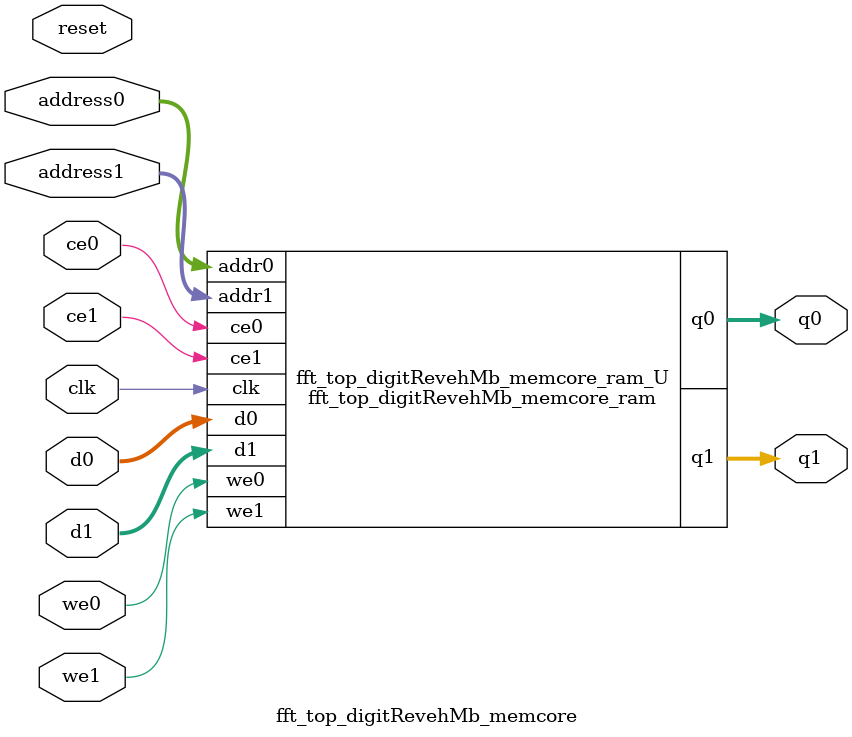
<source format=v>
`timescale 1 ns / 1 ps
module fft_top_digitRevehMb_memcore_ram (addr0, ce0, d0, we0, q0, addr1, ce1, d1, we1, q1,  clk);

parameter DWIDTH = 54;
parameter AWIDTH = 9;
parameter MEM_SIZE = 512;

input[AWIDTH-1:0] addr0;
input ce0;
input[DWIDTH-1:0] d0;
input we0;
output wire[DWIDTH-1:0] q0;
input[AWIDTH-1:0] addr1;
input ce1;
input[DWIDTH-1:0] d1;
input we1;
output wire[DWIDTH-1:0] q1;
input clk;

(* ram_style = "block" *)reg [DWIDTH-1:0] ram[0:MEM_SIZE-1];
reg [DWIDTH-1:0] q0_t0;
reg [DWIDTH-1:0] q0_t1;
reg [DWIDTH-1:0] q1_t0;
reg [DWIDTH-1:0] q1_t1;


assign q0 = q0_t1;
assign q1 = q1_t1;

always @(posedge clk)  
begin
    if (ce0) 
    begin
        q0_t1 <= q0_t0;
    end
    if (ce1) 
    begin
        q1_t1 <= q1_t0;
    end
end


always @(posedge clk)  
begin 
    if (ce0) begin
        if (we0) 
            ram[addr0] <= d0; 
        q0_t0 <= ram[addr0];
    end
end


always @(posedge clk)  
begin 
    if (ce1) begin
        if (we1) 
            ram[addr1] <= d1; 
        q1_t0 <= ram[addr1];
    end
end


endmodule

`timescale 1 ns / 1 ps
module fft_top_digitRevehMb_memcore(
    reset,
    clk,
    address0,
    ce0,
    we0,
    d0,
    q0,
    address1,
    ce1,
    we1,
    d1,
    q1);

parameter DataWidth = 32'd54;
parameter AddressRange = 32'd512;
parameter AddressWidth = 32'd9;
input reset;
input clk;
input[AddressWidth - 1:0] address0;
input ce0;
input we0;
input[DataWidth - 1:0] d0;
output[DataWidth - 1:0] q0;
input[AddressWidth - 1:0] address1;
input ce1;
input we1;
input[DataWidth - 1:0] d1;
output[DataWidth - 1:0] q1;



fft_top_digitRevehMb_memcore_ram fft_top_digitRevehMb_memcore_ram_U(
    .clk( clk ),
    .addr0( address0 ),
    .ce0( ce0 ),
    .we0( we0 ),
    .d0( d0 ),
    .q0( q0 ),
    .addr1( address1 ),
    .ce1( ce1 ),
    .we1( we1 ),
    .d1( d1 ),
    .q1( q1 ));

endmodule


</source>
